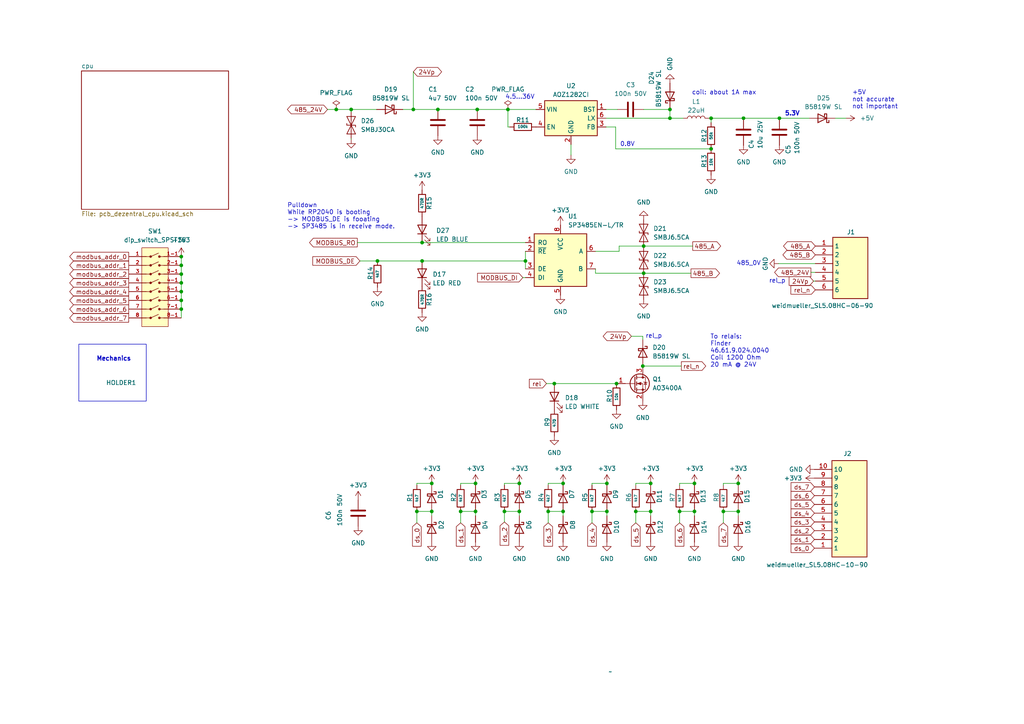
<source format=kicad_sch>
(kicad_sch (version 20230121) (generator eeschema)
  (paper "A4")
  (title_block (title "Heizung Pünterswis - pcb_dezentral") (date "2023-11-26") (rev "0.8") (company "www.positron.ch") (comment 1 "Released under MIT Open-source License"))
  (lib_symbols
    (symbol "00_project_library:LED BLUE" (pin_numbers hide) (pin_names (offset 1.016) hide)
      (property "Reference" "D" (at 0 2.54 0))
      (property "Value" "LED BLUE" (at 0 -2.54 0))
      (symbol "LED BLUE_1_1"
        (pin passive line (at -3.81 0 0) (length 2.54) (name "K") (number "1"))
        (pin passive line (at 3.81 0 180) (length 2.54) (name "A") (number "2"))
      )
    )
    (symbol "00_project_library:LED RED" (pin_numbers hide) (pin_names (offset 1.016) hide)
      (property "Reference" "D" (at 0 2.54 0))
      (property "Value" "LED RED" (at 0 -2.54 0))
      (symbol "LED RED_1_1"
        (pin passive line (at -3.81 0 0) (length 2.54) (name "K") (number "1"))
        (pin passive line (at 3.81 0 180) (length 2.54) (name "A") (number "2"))
      )
    )
    (symbol "00_project_library:LED WHITE" (pin_numbers hide) (pin_names (offset 1.016) hide)
      (property "Reference" "D" (at 0 2.54 0))
      (property "Value" "LED WHITE" (at 0 -2.54 0))
      (symbol "LED WHITE_1_1"
        (pin passive line (at -3.81 0 0) (length 2.54) (name "K") (number "1"))
        (pin passive line (at 3.81 0 180) (length 2.54) (name "A") (number "2"))
      )
    )
    (symbol "00_project_library:din_rail_pcb_holder" (in_bom no)
      (property "Reference" "HOLDER" (at 0 0 0))
    )
    (symbol "00_project_library:dip_switch_SPST16" (pin_names (offset 1.016))
      (property "Reference" "SW" (at -3.5596 10.9331 0))
      (property "Value" "dip_switch_SPST16" (at -3.8154 -15.2615 0))
      (symbol "dip_switch_SPST16_0_0"
        (pin passive line (at -7.62 7.62 0) (length 5.08) (name "~") (number "1"))
        (pin passive line (at 7.62 7.62 180) (length 5.08) (name "~") (number "1-1"))
        (pin passive line (at -7.62 5.08 0) (length 5.08) (name "~") (number "2"))
        (pin passive line (at 7.62 5.08 180) (length 5.08) (name "~") (number "2-1"))
        (pin passive line (at -7.62 2.54 0) (length 5.08) (name "~") (number "3"))
        (pin passive line (at 7.62 2.54 180) (length 5.08) (name "~") (number "3-1"))
        (pin passive line (at -7.62 0 0) (length 5.08) (name "~") (number "4"))
        (pin passive line (at 7.62 0 180) (length 5.08) (name "~") (number "4-1"))
        (pin passive line (at -7.62 -2.54 0) (length 5.08) (name "~") (number "5"))
        (pin passive line (at 7.62 -2.54 180) (length 5.08) (name "~") (number "5-1"))
        (pin passive line (at -7.62 -5.08 0) (length 5.08) (name "~") (number "6"))
        (pin passive line (at 7.62 -5.08 180) (length 5.08) (name "~") (number "6-1"))
        (pin passive line (at -7.62 -7.62 0) (length 5.08) (name "~") (number "7"))
        (pin passive line (at 7.62 -7.62 180) (length 5.08) (name "~") (number "7-1"))
        (pin passive line (at -7.62 -10.16 0) (length 5.08) (name "~") (number "8"))
        (pin passive line (at 7.62 -10.16 180) (length 5.08) (name "~") (number "8-1"))
      )
    )
    (symbol "00_project_library:modbus_SP3485EN" (pin_names (offset 1.016))
      (property "Reference" "U" (at -7.62 8.89 0))
      (property "Value" "SP3485EN-L/TR" (at 2.54 8.89 0))
      (symbol "modbus_SP3485EN_1_1"
        (pin output line (at -10.16 5.08 0) (length 2.54) (name "RO") (number "1"))
        (pin input line (at -10.16 2.54 0) (length 2.54) (name "~{RE}") (number "2"))
        (pin input line (at -10.16 -2.54 0) (length 2.54) (name "DE") (number "3"))
        (pin input line (at -10.16 -5.08 0) (length 2.54) (name "DI") (number "4"))
        (pin power_in line (at 0 -10.16 90) (length 2.54) (name "GND") (number "5"))
        (pin bidirectional line (at 10.16 2.54 180) (length 2.54) (name "A") (number "6"))
        (pin bidirectional line (at 10.16 -2.54 180) (length 2.54) (name "B") (number "7"))
        (pin power_in line (at 0 10.16 270) (length 2.54) (name "VCC") (number "8"))
      )
    )
    (symbol "00_project_library:weidmueller_SL5.08HC-06-90" (in_bom no)
      (property "Reference" "J" (at 16.51 7.62 0))
      (property "Value" "weidmueller_SL5.08HC-06-90" (at 16.51 5.08 0))
      (symbol "weidmueller_SL5.08HC-06-90_1_1"
        (pin passive line (at 0 0 0) (length 5.08) (name "1") (number "1"))
        (pin passive line (at 0 -2.54 0) (length 5.08) (name "2") (number "2"))
        (pin passive line (at 0 -5.08 0) (length 5.08) (name "3") (number "3"))
        (pin passive line (at 0 -7.62 0) (length 5.08) (name "4") (number "4"))
        (pin passive line (at 0 -10.16 0) (length 5.08) (name "5") (number "5"))
        (pin passive line (at 0 -12.7 0) (length 5.08) (name "6") (number "6"))
      )
    )
    (symbol "00_project_library:weidmueller_SL5.08HC-10-90" (in_bom no)
      (property "Reference" "J" (at 16.51 7.62 0))
      (property "Value" "weidmueller_SL5.08HC-10-90" (at 16.51 5.08 0))
      (symbol "weidmueller_SL5.08HC-10-90_1_1"
        (pin passive line (at 0 -22.86 0) (length 5.08) (name "1") (number "1"))
        (pin passive line (at 0 0 0) (length 5.08) (name "10") (number "10"))
        (pin passive line (at 0 -20.32 0) (length 5.08) (name "2") (number "2"))
        (pin passive line (at 0 -17.78 0) (length 5.08) (name "3") (number "3"))
        (pin passive line (at 0 -15.24 0) (length 5.08) (name "4") (number "4"))
        (pin passive line (at 0 -12.7 0) (length 5.08) (name "5") (number "5"))
        (pin passive line (at 0 -10.16 0) (length 5.08) (name "6") (number "6"))
        (pin passive line (at 0 -7.62 0) (length 5.08) (name "7") (number "7"))
        (pin passive line (at 0 -5.08 0) (length 5.08) (name "8") (number "8"))
        (pin passive line (at 0 -2.54 0) (length 5.08) (name "9") (number "9"))
      )
    )
    (symbol "Device:C" (pin_numbers hide) (pin_names (offset 0.254))
      (property "Reference" "C" (at 0.635 2.54 0))
      (property "Value" "C" (at 0.635 -2.54 0))
      (symbol "C_1_1"
        (pin passive line (at 0 3.81 270) (length 2.794) (name "~") (number "1"))
        (pin passive line (at 0 -3.81 90) (length 2.794) (name "~") (number "2"))
      )
    )
    (symbol "Device:D_Schottky" (pin_numbers hide) (pin_names (offset 1.016) hide)
      (property "Reference" "D" (at 0 2.54 0))
      (property "Value" "D_Schottky" (at 0 -2.54 0))
      (symbol "D_Schottky_1_1"
        (pin passive line (at -3.81 0 0) (length 2.54) (name "K") (number "1"))
        (pin passive line (at 3.81 0 180) (length 2.54) (name "A") (number "2"))
      )
    )
    (symbol "Device:L" (pin_numbers hide) (pin_names (offset 1.016) hide)
      (property "Reference" "L" (at -1.27 0 90))
      (property "Value" "L" (at 1.905 0 90))
      (symbol "L_1_1"
        (pin passive line (at 0 3.81 270) (length 1.27) (name "1") (number "1"))
        (pin passive line (at 0 -3.81 90) (length 1.27) (name "2") (number "2"))
      )
    )
    (symbol "Device:R" (pin_numbers hide) (pin_names (offset 0))
      (property "Reference" "R" (at 2.032 0 90))
      (property "Value" "R" (at 0 0 90))
      (symbol "R_1_1"
        (pin passive line (at 0 3.81 270) (length 1.27) (name "~") (number "1"))
        (pin passive line (at 0 -3.81 90) (length 1.27) (name "~") (number "2"))
      )
    )
    (symbol "Diode:SMAJ64CA" (pin_numbers hide) (pin_names (offset 1.016) hide)
      (property "Reference" "D" (at 0 2.54 0))
      (property "Value" "SMAJ64CA" (at 0 -2.54 0))
      (symbol "SMAJ64CA_1_1"
        (pin passive line (at -3.81 0 0) (length 2.54) (name "A1") (number "1"))
        (pin passive line (at 3.81 0 180) (length 2.54) (name "A2") (number "2"))
      )
    )
    (symbol "Regulator_Switching:AOZ1282CI"
      (property "Reference" "U" (at -6.35 -6.35 0))
      (property "Value" "AOZ1282CI" (at -2.54 6.35 0))
      (symbol "AOZ1282CI_1_1"
        (pin input line (at 10.16 2.54 180) (length 2.54) (name "BST") (number "1"))
        (pin power_in line (at 0 -7.62 90) (length 2.54) (name "GND") (number "2"))
        (pin input line (at 10.16 -2.54 180) (length 2.54) (name "FB") (number "3"))
        (pin input line (at -10.16 -2.54 0) (length 2.54) (name "EN") (number "4"))
        (pin power_in line (at -10.16 2.54 0) (length 2.54) (name "VIN") (number "5"))
        (pin power_out line (at 10.16 0 180) (length 2.54) (name "LX") (number "6"))
      )
    )
    (symbol "Transistor_FET:AO3400A" (pin_names hide)
      (property "Reference" "Q" (at 5.08 1.905 0))
      (property "Value" "AO3400A" (at 5.08 0 0))
      (symbol "AO3400A_1_1"
        (pin input line (at -5.08 0 0) (length 2.54) (name "G") (number "1"))
        (pin passive line (at 2.54 -5.08 90) (length 2.54) (name "S") (number "2"))
        (pin passive line (at 2.54 5.08 270) (length 2.54) (name "D") (number "3"))
      )
    )
    (symbol "power:+3V3" (power) (pin_names (offset 0))
      (property "Value" "+3V3" (at 0 3.556 0))
      (symbol "+3V3_1_1"
        (pin power_in line (at 0 0 90) (length 0) hide (name "+3V3") (number "1"))
      )
    )
    (symbol "power:+5V" (power) (pin_names (offset 0))
      (property "Value" "+5V" (at 0 3.556 0))
      (symbol "+5V_1_1"
        (pin power_in line (at 0 0 90) (length 0) hide (name "+5V") (number "1"))
      )
    )
    (symbol "power:GND" (power) (pin_names (offset 0))
      (property "Value" "GND" (at 0 -3.81 0))
      (symbol "GND_1_1"
        (pin power_in line (at 0 0 270) (length 0) hide (name "GND") (number "1"))
      )
    )
    (symbol "power:PWR_FLAG" (power) (pin_numbers hide) (pin_names (offset 0) hide)
      (property "Value" "PWR_FLAG" (at 0 3.81 0))
      (symbol "PWR_FLAG_0_0"
        (pin power_out line (at 0 0 90) (length 0) (name "pwr") (number "1"))
      )
    )
  )
  (junction (at 188.722 140.208))
  (junction (at 146.304 148.336))
  (junction (at 194.31 34.29))
  (junction (at 206.248 43.18))
  (junction (at 52.578 84.582))
  (junction (at 137.922 148.336))
  (junction (at 209.804 148.336))
  (junction (at 101.854 31.75))
  (junction (at 201.422 148.336))
  (junction (at 97.536 31.75))
  (junction (at 147.32 31.75))
  (junction (at 176.022 148.336))
  (junction (at 109.474 75.692))
  (junction (at 214.122 140.208))
  (junction (at 52.578 89.662))
  (junction (at 171.704 148.336))
  (junction (at 138.43 31.75))
  (junction (at 188.722 148.336))
  (junction (at 150.622 148.336))
  (junction (at 152.4 75.692))
  (junction (at 197.104 148.336))
  (junction (at 176.022 140.208))
  (junction (at 52.578 82.042))
  (junction (at 163.322 140.208))
  (junction (at 206.248 34.29))
  (junction (at 52.578 76.962))
  (junction (at 127 31.75))
  (junction (at 178.816 111.252))
  (junction (at 119.888 31.75))
  (junction (at 186.436 106.172))
  (junction (at 122.428 75.692))
  (junction (at 194.31 31.75))
  (junction (at 160.782 111.252))
  (junction (at 122.428 70.358))
  (junction (at 52.578 79.502))
  (junction (at 214.122 148.336))
  (junction (at 133.604 148.336))
  (junction (at 159.004 148.336))
  (junction (at 215.646 34.29))
  (junction (at 226.06 34.29))
  (junction (at 52.578 74.422))
  (junction (at 52.578 87.122))
  (junction (at 163.322 148.336))
  (junction (at 125.222 148.336))
  (junction (at 150.622 140.208))
  (junction (at 184.404 148.336))
  (junction (at 125.222 140.208))
  (junction (at 120.904 148.336))
  (junction (at 186.69 79.248))
  (junction (at 186.69 71.374))
  (junction (at 137.922 140.208))
  (junction (at 201.422 140.208))
  (wire (pts (xy 197.104 140.208) (xy 197.104 140.716)))
  (wire (pts (xy 209.804 151.638) (xy 209.804 148.336)))
  (wire (pts (xy 158.496 111.252) (xy 160.782 111.252)))
  (wire (pts (xy 52.578 87.122) (xy 52.578 89.662)))
  (wire (pts (xy 184.404 140.208) (xy 188.722 140.208)))
  (wire (pts (xy 101.854 31.75) (xy 109.22 31.75)))
  (wire (pts (xy 120.904 151.638) (xy 120.904 148.336)))
  (wire (pts (xy 52.578 82.042) (xy 52.578 84.582)))
  (wire (pts (xy 186.69 79.248) (xy 200.406 79.248)))
  (wire (pts (xy 147.32 36.83) (xy 147.32 31.75)))
  (wire (pts (xy 52.578 74.422) (xy 52.578 76.962)))
  (wire (pts (xy 184.404 148.336) (xy 188.722 148.336)))
  (wire (pts (xy 215.646 34.29) (xy 226.06 34.29)))
  (wire (pts (xy 197.104 140.208) (xy 201.422 140.208)))
  (wire (pts (xy 120.904 140.716) (xy 120.904 140.208)))
  (wire (pts (xy 137.922 140.208) (xy 137.922 140.716)))
  (wire (pts (xy 178.562 36.83) (xy 178.562 43.18)))
  (wire (pts (xy 101.854 40.132) (xy 101.854 40.386)))
  (wire (pts (xy 245.364 34.29) (xy 242.316 34.29)))
  (wire (pts (xy 188.722 140.208) (xy 188.722 140.716)))
  (wire (pts (xy 179.578 71.374) (xy 186.69 71.374)))
  (wire (pts (xy 160.782 111.252) (xy 178.816 111.252)))
  (wire (pts (xy 194.31 34.29) (xy 198.12 34.29)))
  (wire (pts (xy 188.722 149.606) (xy 188.722 148.336)))
  (wire (pts (xy 201.422 149.606) (xy 201.422 148.336)))
  (wire (pts (xy 197.612 106.172) (xy 186.436 106.172)))
  (wire (pts (xy 146.304 140.208) (xy 150.622 140.208)))
  (wire (pts (xy 178.562 36.83) (xy 175.768 36.83)))
  (wire (pts (xy 186.69 31.75) (xy 194.31 31.75)))
  (wire (pts (xy 197.104 148.336) (xy 201.422 148.336)))
  (wire (pts (xy 120.904 140.208) (xy 125.222 140.208)))
  (wire (pts (xy 159.004 140.208) (xy 159.004 140.716)))
  (wire (pts (xy 179.578 72.898) (xy 179.578 71.374)))
  (wire (pts (xy 137.922 149.606) (xy 137.922 148.336)))
  (wire (pts (xy 152.4 72.898) (xy 152.4 75.692)))
  (wire (pts (xy 94.996 31.75) (xy 97.536 31.75)))
  (wire (pts (xy 119.888 20.828) (xy 119.888 31.75)))
  (wire (pts (xy 163.322 149.606) (xy 163.322 148.336)))
  (wire (pts (xy 120.904 148.336) (xy 125.222 148.336)))
  (wire (pts (xy 52.578 79.502) (xy 52.578 82.042)))
  (wire (pts (xy 97.536 31.75) (xy 101.854 31.75)))
  (wire (pts (xy 163.322 140.208) (xy 163.322 140.716)))
  (wire (pts (xy 104.394 75.692) (xy 109.474 75.692)))
  (wire (pts (xy 176.022 140.208) (xy 176.022 140.716)))
  (wire (pts (xy 171.704 151.638) (xy 171.704 148.336)))
  (wire (pts (xy 133.604 140.208) (xy 137.922 140.208)))
  (wire (pts (xy 133.604 140.208) (xy 133.604 140.716)))
  (wire (pts (xy 214.122 140.208) (xy 214.122 140.716)))
  (wire (pts (xy 206.248 34.29) (xy 205.74 34.29)))
  (wire (pts (xy 125.222 149.606) (xy 125.222 148.336)))
  (wire (pts (xy 236.474 81.534) (xy 235.966 81.534)))
  (wire (pts (xy 52.578 89.662) (xy 52.578 92.202)))
  (wire (pts (xy 159.004 148.336) (xy 159.004 151.638)))
  (wire (pts (xy 201.422 140.208) (xy 201.422 140.716)))
  (wire (pts (xy 146.304 151.384) (xy 146.304 148.336)))
  (wire (pts (xy 125.222 140.208) (xy 125.222 140.716)))
  (wire (pts (xy 155.448 31.75) (xy 147.32 31.75)))
  (wire (pts (xy 127 31.75) (xy 138.43 31.75)))
  (wire (pts (xy 165.608 41.91) (xy 165.608 44.958)))
  (wire (pts (xy 184.404 151.638) (xy 184.404 148.336)))
  (wire (pts (xy 209.804 140.208) (xy 214.122 140.208)))
  (wire (pts (xy 147.828 36.83) (xy 147.32 36.83)))
  (wire (pts (xy 206.248 43.18) (xy 178.562 43.18)))
  (wire (pts (xy 225.806 76.454) (xy 236.474 76.454)))
  (wire (pts (xy 176.022 140.208) (xy 171.704 140.208)))
  (wire (pts (xy 226.06 34.29) (xy 234.696 34.29)))
  (wire (pts (xy 122.428 75.692) (xy 152.4 75.692)))
  (wire (pts (xy 52.578 84.582) (xy 52.578 87.122)))
  (wire (pts (xy 175.768 34.29) (xy 194.31 34.29)))
  (wire (pts (xy 186.69 71.374) (xy 186.69 71.628)))
  (wire (pts (xy 235.204 78.994) (xy 236.474 78.994)))
  (wire (pts (xy 133.604 148.336) (xy 137.922 148.336)))
  (wire (pts (xy 214.122 149.606) (xy 214.122 148.336)))
  (wire (pts (xy 103.632 70.358) (xy 122.428 70.358)))
  (wire (pts (xy 119.888 31.75) (xy 116.84 31.75)))
  (wire (pts (xy 122.428 70.358) (xy 152.4 70.358)))
  (wire (pts (xy 184.404 140.208) (xy 184.404 140.716)))
  (wire (pts (xy 159.004 140.208) (xy 163.322 140.208)))
  (wire (pts (xy 151.638 80.518) (xy 152.4 80.518)))
  (wire (pts (xy 52.578 76.962) (xy 52.578 79.502)))
  (wire (pts (xy 171.704 148.336) (xy 176.022 148.336)))
  (wire (pts (xy 101.854 32.512) (xy 101.854 31.75)))
  (wire (pts (xy 122.428 75.438) (xy 122.428 75.692)))
  (wire (pts (xy 159.004 148.336) (xy 163.322 148.336)))
  (wire (pts (xy 183.134 97.536) (xy 186.436 97.536)))
  (wire (pts (xy 197.104 151.638) (xy 197.104 148.336)))
  (wire (pts (xy 215.646 34.544) (xy 215.646 34.29)))
  (wire (pts (xy 172.72 79.248) (xy 186.69 79.248)))
  (wire (pts (xy 150.622 149.606) (xy 150.622 148.336)))
  (wire (pts (xy 172.72 77.978) (xy 172.72 79.248)))
  (wire (pts (xy 172.72 72.898) (xy 179.578 72.898)))
  (wire (pts (xy 175.768 31.75) (xy 179.07 31.75)))
  (wire (pts (xy 176.022 149.606) (xy 176.022 148.336)))
  (wire (pts (xy 209.804 140.208) (xy 209.804 140.716)))
  (wire (pts (xy 152.4 75.692) (xy 152.4 77.978)))
  (wire (pts (xy 146.304 140.208) (xy 146.304 140.716)))
  (wire (pts (xy 226.06 34.29) (xy 226.06 34.544)))
  (wire (pts (xy 206.248 35.56) (xy 206.248 34.29)))
  (wire (pts (xy 127 31.75) (xy 119.888 31.75)))
  (wire (pts (xy 109.474 75.692) (xy 122.428 75.692)))
  (wire (pts (xy 150.622 140.208) (xy 150.622 140.716)))
  (wire (pts (xy 194.31 31.75) (xy 194.31 34.29)))
  (wire (pts (xy 171.704 140.208) (xy 171.704 140.716)))
  (wire (pts (xy 133.604 151.638) (xy 133.604 148.336)))
  (wire (pts (xy 186.69 71.374) (xy 200.914 71.374)))
  (wire (pts (xy 186.436 97.536) (xy 186.436 98.552)))
  (wire (pts (xy 138.43 31.75) (xy 147.32 31.75)))
  (wire (pts (xy 146.304 148.336) (xy 150.622 148.336)))
  (wire (pts (xy 209.804 148.336) (xy 214.122 148.336)))
  (wire (pts (xy 206.248 34.29) (xy 215.646 34.29)))
  (rectangle (start 22.86 99.822) (end 42.418 116.332))
  (text "Mechanics" (at 27.94 104.902 0) (effects (font (size 1.27 1.27) (thickness 0.254) bold) (justify left bottom)))
  (text "+5V\nnot accurate\nnot important" (at 247.142 31.75 0) (effects (font (size 1.27 1.27)) (justify left bottom)))
  (text "485_0V" (at 213.614 77.216 0) (effects (font (size 1.27 1.27)) (justify left bottom)))
  (text "rel_p" (at 223.012 82.296 0) (effects (font (size 1.27 1.27)) (justify left bottom)))
  (text "coil: about 1A max" (at 200.66 27.686 0) (effects (font (size 1.27 1.27)) (justify left bottom)))
  (text "Pulldown\nWhile RP2040 is booting\n-> MODBUS_DE is fooating\n-> SP3485 is in receive mode." (at 83.312 66.548 0) (effects (font (size 1.27 1.27)) (justify left bottom)))
  (text "5.3V" (at 227.584 33.782 0) (effects (font (size 1.27 1.27) (thickness 0.254) bold) (justify left bottom)))
  (text "To relais:\nFinder \n46.61.9.024.0040\nCoil 1200 Ohm\n20 mA @ 24V" (at 205.994 106.68 0) (effects (font (size 1.27 1.27)) (justify left bottom)))
  (text "rel_p" (at 187.198 98.298 0) (effects (font (size 1.27 1.27)) (justify left bottom)))
  (text "4.5...36V" (at 146.558 28.956 0) (effects (font (size 1.27 1.27)) (justify left bottom)))
  (text "0.8V" (at 179.832 42.672 0) (effects (font (size 1.27 1.27)) (justify left bottom)))
  (global_label "modbus_addr_3" (shape output) (at 37.338 82.042 180) (property "Intersheetrefs" "${INTERSHEET_REFS}" (effects hide)))
  (global_label "ds_1" (shape input) (at 236.22 156.464 180) (property "Intersheetrefs" "${INTERSHEET_REFS}" (effects hide)))
  (global_label "rel_n" (shape output) (at 197.612 106.172 0) (property "Intersheetrefs" "${INTERSHEET_REFS}" (effects hide)))
  (global_label "ds_2" (shape input) (at 236.22 153.924 180) (property "Intersheetrefs" "${INTERSHEET_REFS}" (effects hide)))
  (global_label "rel" (shape input) (at 158.496 111.252 180) (property "Intersheetrefs" "${INTERSHEET_REFS}" (effects hide)))
  (global_label "modbus_addr_6" (shape output) (at 37.338 89.662 180) (property "Intersheetrefs" "${INTERSHEET_REFS}" (effects hide)))
  (global_label "24Vp" (shape bidirectional) (at 119.888 20.828 0) (property "Intersheetrefs" "${INTERSHEET_REFS}" (effects hide)))
  (global_label "modbus_addr_0" (shape output) (at 37.338 74.422 180) (property "Intersheetrefs" "${INTERSHEET_REFS}" (effects hide)))
  (global_label "ds_7" (shape input) (at 209.804 151.638 270) (property "Intersheetrefs" "${INTERSHEET_REFS}" (effects hide)))
  (global_label "rel_n" (shape input) (at 236.474 84.074 180) (property "Intersheetrefs" "${INTERSHEET_REFS}" (effects hide)))
  (global_label "ds_5" (shape input) (at 184.404 151.638 270) (property "Intersheetrefs" "${INTERSHEET_REFS}" (effects hide)))
  (global_label "ds_6" (shape input) (at 236.22 143.764 180) (property "Intersheetrefs" "${INTERSHEET_REFS}" (effects hide)))
  (global_label "modbus_addr_2" (shape output) (at 37.338 79.502 180) (property "Intersheetrefs" "${INTERSHEET_REFS}" (effects hide)))
  (global_label "MODBUS_DE" (shape input) (at 104.394 75.692 180) (property "Intersheetrefs" "${INTERSHEET_REFS}" (effects hide)))
  (global_label "modbus_addr_1" (shape output) (at 37.338 76.962 180) (property "Intersheetrefs" "${INTERSHEET_REFS}" (effects hide)))
  (global_label "485_24V" (shape bidirectional) (at 94.996 31.75 180) (property "Intersheetrefs" "${INTERSHEET_REFS}" (effects hide)))
  (global_label "ds_0" (shape input) (at 236.22 159.004 180) (property "Intersheetrefs" "${INTERSHEET_REFS}" (effects hide)))
  (global_label "485_A" (shape bidirectional) (at 236.474 71.374 180) (property "Intersheetrefs" "${INTERSHEET_REFS}" (effects hide)))
  (global_label "ds_6" (shape input) (at 197.104 151.638 270) (property "Intersheetrefs" "${INTERSHEET_REFS}" (effects hide)))
  (global_label "485_B" (shape bidirectional) (at 236.474 73.914 180) (property "Intersheetrefs" "${INTERSHEET_REFS}" (effects hide)))
  (global_label "24Vp" (shape input) (at 235.966 81.534 180) (property "Intersheetrefs" "${INTERSHEET_REFS}" (effects hide)))
  (global_label "24Vp" (shape bidirectional) (at 183.134 97.536 180) (property "Intersheetrefs" "${INTERSHEET_REFS}" (effects hide)))
  (global_label "modbus_addr_4" (shape output) (at 37.338 84.582 180) (property "Intersheetrefs" "${INTERSHEET_REFS}" (effects hide)))
  (global_label "MODBUS_RO" (shape output) (at 103.632 70.358 180) (property "Intersheetrefs" "${INTERSHEET_REFS}" (effects hide)))
  (global_label "ds_0" (shape input) (at 120.904 151.638 270) (property "Intersheetrefs" "${INTERSHEET_REFS}" (effects hide)))
  (global_label "ds_3" (shape input) (at 159.004 151.638 270) (property "Intersheetrefs" "${INTERSHEET_REFS}" (effects hide)))
  (global_label "ds_1" (shape input) (at 133.604 151.638 270) (property "Intersheetrefs" "${INTERSHEET_REFS}" (effects hide)))
  (global_label "modbus_addr_5" (shape output) (at 37.338 87.122 180) (property "Intersheetrefs" "${INTERSHEET_REFS}" (effects hide)))
  (global_label "ds_7" (shape input) (at 236.22 141.224 180) (property "Intersheetrefs" "${INTERSHEET_REFS}" (effects hide)))
  (global_label "485_A" (shape output) (at 200.914 71.374 0) (property "Intersheetrefs" "${INTERSHEET_REFS}" (effects hide)))
  (global_label "modbus_addr_7" (shape output) (at 37.338 92.202 180) (property "Intersheetrefs" "${INTERSHEET_REFS}" (effects hide)))
  (global_label "ds_5" (shape input) (at 236.22 146.304 180) (property "Intersheetrefs" "${INTERSHEET_REFS}" (effects hide)))
  (global_label "485_B" (shape output) (at 200.406 79.248 0) (property "Intersheetrefs" "${INTERSHEET_REFS}" (effects hide)))
  (global_label "ds_3" (shape input) (at 236.22 151.384 180) (property "Intersheetrefs" "${INTERSHEET_REFS}" (effects hide)))
  (global_label "ds_4" (shape input) (at 236.22 148.844 180) (property "Intersheetrefs" "${INTERSHEET_REFS}" (effects hide)))
  (global_label "485_24V" (shape output) (at 235.204 78.994 180) (property "Intersheetrefs" "${INTERSHEET_REFS}" (effects hide)))
  (global_label "ds_2" (shape input) (at 146.304 151.384 270) (property "Intersheetrefs" "${INTERSHEET_REFS}" (effects hide)))
  (global_label "MODBUS_DI" (shape input) (at 151.638 80.518 180) (property "Intersheetrefs" "${INTERSHEET_REFS}" (effects hide)))
  (global_label "ds_4" (shape input) (at 171.704 151.638 270) (property "Intersheetrefs" "${INTERSHEET_REFS}" (effects hide)))
  (symbol (lib_id "Device:C") (at 127 35.56 0) (unit 1)
    (property "Reference" "C1" (at 124.206 25.908 0) (effects (justify left)))
    (property "Value" "4u7 50V" (at 124.206 28.448 0) (effects (justify left)))
    (property "Footprint" "Diode_SMD:D_1206_3216Metric" (effects hide))
    (property "JLC" "C49678" (effects hide))
  )
  (symbol (lib_id "Device:R") (at 206.248 46.99 0) (unit 1)
    (property "Reference" "R13" (at 204.216 46.736 90))
    (property "Value" "10k" (at 206.248 46.99 90) (effects (font (size 0.8 0.8))))
    (property "Footprint" "Resistor_SMD:R_0402_1005Metric_Pad0.72x0.64mm_HandSolder" (effects hide))
  )
  (symbol (lib_id "Device:R") (at 109.474 79.502 0) (unit 1)
    (property "Reference" "R14" (at 107.442 79.248 90))
    (property "Value" "4k7" (at 109.474 79.502 90) (effects (font (size 0.8 0.8))))
    (property "Footprint" "Resistor_SMD:R_0402_1005Metric_Pad0.72x0.64mm_HandSolder" (effects hide))
  )
  (symbol (lib_id "power:GND") (at 160.782 126.492 0) (unit 1)
    (property "Reference" "#PWR019" (effects hide))
    (property "Value" "GND" (at 160.782 131.318 0))
  )
  (symbol (lib_id "power:GND") (at 214.122 157.226 0) (unit 1)
    (property "Reference" "#PWR017" (effects hide))
    (property "Value" "GND" (at 214.122 162.052 0))
  )
  (symbol (lib_id "power:GND") (at 103.886 152.654 0) (unit 1)
    (property "Reference" "#PWR033" (effects hide))
    (property "Value" "GND" (at 103.886 157.48 0))
  )
  (symbol (lib_id "power:GND") (at 215.646 42.164 0) (unit 1)
    (property "Reference" "#PWR029" (effects hide))
    (property "Value" "GND" (at 215.646 46.99 0))
  )
  (symbol (lib_id "Device:R") (at 197.104 144.526 0) (unit 1)
    (property "Reference" "R7" (at 195.072 144.272 90))
    (property "Value" "4k7" (at 197.104 144.526 90) (effects (font (size 0.8 0.8))))
    (property "Footprint" "Resistor_SMD:R_0402_1005Metric_Pad0.72x0.64mm_HandSolder" (effects hide))
  )
  (symbol (lib_id "power:GND") (at 178.816 118.872 0) (unit 1)
    (property "Reference" "#PWR020" (effects hide))
    (property "Value" "GND" (at 178.816 123.698 0))
  )
  (symbol (lib_id "Device:R") (at 122.428 58.928 0) (unit 1)
    (property "Reference" "R15" (at 124.46 58.928 90))
    (property "Value" "470R" (at 122.428 58.928 90) (effects (font (size 0.8 0.8))))
    (property "Footprint" "Resistor_SMD:R_0402_1005Metric_Pad0.72x0.64mm_HandSolder" (effects hide))
  )
  (symbol (lib_id "power:GND") (at 137.922 157.226 0) (unit 1)
    (property "Reference" "#PWR04" (effects hide))
    (property "Value" "GND" (at 137.922 162.052 0))
  )
  (symbol (lib_id "power:GND") (at 186.69 63.754 180) (unit 1)
    (property "Reference" "#PWR024" (effects hide))
    (property "Value" "GND" (at 186.69 58.674 0))
  )
  (symbol (lib_id "power:GND") (at 163.322 157.226 0) (unit 1)
    (property "Reference" "#PWR09" (effects hide))
    (property "Value" "GND" (at 163.322 162.052 0))
  )
  (symbol (lib_id "Diode:SMAJ64CA") (at 186.69 83.058 90) (unit 1)
    (property "Reference" "D23" (at 189.484 81.788 90) (effects (justify right)))
    (property "Value" "SMBJ6.5CA" (at 189.484 84.328 90) (effects (justify right)))
    (property "Footprint" "Diode_SMD:D_SMB" (effects hide))
    (property "Datasheet" "https://datasheet.lcsc.com/lcsc/2308281515_hongjiacheng-SMBJ6-5CA_C7420377.pdf" (effects hide))
    (property "JLC" "C7420377" (effects hide))
  )
  (symbol (lib_id "power:GND") (at 201.422 157.226 0) (unit 1)
    (property "Reference" "#PWR015" (effects hide))
    (property "Value" "GND" (at 201.422 162.052 0))
  )
  (symbol (lib_id "power:+3V3") (at 150.622 140.208 0) (unit 1)
    (property "Reference" "#PWR03" (effects hide))
    (property "Value" "+3V3" (at 150.622 135.89 0))
  )
  (symbol (lib_id "power:GND") (at 138.43 39.37 0) (unit 1)
    (property "Reference" "#PWR040" (effects hide))
    (property "Value" "GND" (at 138.43 44.196 0))
  )
  (symbol (lib_id "Device:R") (at 160.782 122.682 0) (unit 1)
    (property "Reference" "R9" (at 158.75 122.428 90))
    (property "Value" "470" (at 160.782 122.682 90) (effects (font (size 0.8 0.8))))
    (property "Footprint" "Resistor_SMD:R_0402_1005Metric_Pad0.72x0.64mm_HandSolder" (effects hide))
  )
  (symbol (lib_id "power:+3V3") (at 163.322 140.208 0) (unit 1)
    (property "Reference" "#PWR05" (effects hide))
    (property "Value" "+3V3" (at 163.322 135.89 0))
  )
  (symbol (lib_id "Device:D_Schottky") (at 176.022 153.416 270) (unit 1)
    (property "Reference" "D10" (at 178.816 150.876 0) (effects (justify left)))
    (property "Value" "B5819W SL" (effects hide))
    (property "Footprint" "Diode_SMD:D_SOD-123" (effects hide))
    (property "Datasheet" "https://datasheet.lcsc.com/lcsc/2304140030_Jiangsu-Changjing-Electronics-Technology-Co---Ltd--B5819W-SL_C8598.pdf" (effects hide))
    (property "JLC" "C8598" (effects hide))
  )
  (symbol (lib_id "power:GND") (at 226.06 42.164 0) (unit 1)
    (property "Reference" "#PWR030" (effects hide))
    (property "Value" "GND" (at 226.06 46.99 0))
  )
  (symbol (lib_id "power:+3V3") (at 214.122 140.208 0) (unit 1)
    (property "Reference" "#PWR014" (effects hide))
    (property "Value" "+3V3" (at 214.122 135.89 0))
  )
  (symbol (lib_id "power:GND") (at 165.608 44.958 0) (unit 1)
    (property "Reference" "#PWR026" (effects hide))
    (property "Value" "GND" (at 165.608 49.784 0))
  )
  (symbol (lib_id "power:GND") (at 101.854 40.386 0) (unit 1)
    (property "Reference" "#PWR018" (effects hide))
    (property "Value" "GND" (at 101.854 45.212 0))
  )
  (symbol (lib_id "00_project_library:LED BLUE") (at 122.428 66.548 90) (unit 1)
    (property "Reference" "D27" (at 126.492 66.8655 90) (effects (justify right)))
    (property "Value" "LED BLUE" (at 126.492 69.4055 90) (effects (justify right)))
    (property "Footprint" "00_project_library:LED_0603_1608Metric" (effects hide))
    (property "JLC" "C189307" (effects hide))
  )
  (symbol (lib_id "Device:C") (at 215.646 38.354 180) (unit 1)
    (property "Reference" "C4" (at 217.932 43.18 90) (effects (justify right)))
    (property "Value" "10u 25V" (at 220.472 43.18 90) (effects (justify right)))
    (property "Footprint" "Diode_SMD:D_0805_2012Metric" (effects hide))
    (property "JLC" "C15850" (effects hide))
  )
  (symbol (lib_id "power:GND") (at 225.806 76.454 270) (unit 1)
    (property "Reference" "#PWR036" (effects hide))
    (property "Value" "GND" (at 221.996 74.422 0) (effects (justify left)))
  )
  (symbol (lib_id "power:GND") (at 194.31 24.13 180) (unit 1)
    (property "Reference" "#PWR027" (effects hide))
    (property "Value" "GND" (at 194.31 20.574 90) (effects (justify right)))
  )
  (symbol (lib_id "Device:D_Schottky") (at 150.622 153.416 270) (unit 1)
    (property "Reference" "D6" (at 153.416 150.876 0) (effects (justify left)))
    (property "Value" "B5819W SL" (effects hide))
    (property "Footprint" "Diode_SMD:D_SOD-123" (effects hide))
    (property "Datasheet" "https://datasheet.lcsc.com/lcsc/2304140030_Jiangsu-Changjing-Electronics-Technology-Co---Ltd--B5819W-SL_C8598.pdf" (effects hide))
    (property "JLC" "C8598" (effects hide))
  )
  (symbol (lib_id "Device:R") (at 171.704 144.526 0) (unit 1)
    (property "Reference" "R5" (at 169.672 144.272 90))
    (property "Value" "4k7" (at 171.704 144.526 90) (effects (font (size 0.8 0.8))))
    (property "Footprint" "Resistor_SMD:R_0402_1005Metric_Pad0.72x0.64mm_HandSolder" (effects hide))
  )
  (symbol (lib_id "power:+3V3") (at 176.022 140.208 0) (unit 1)
    (property "Reference" "#PWR08" (effects hide))
    (property "Value" "+3V3" (at 176.022 135.89 0))
  )
  (symbol (lib_id "Device:D_Schottky") (at 163.322 144.526 270) (unit 1)
    (property "Reference" "D7" (at 165.862 141.986 0) (effects (justify left)))
    (property "Value" "B5819W SL" (effects hide))
    (property "Footprint" "Diode_SMD:D_SOD-123" (effects hide))
    (property "Datasheet" "https://datasheet.lcsc.com/lcsc/2304140030_Jiangsu-Changjing-Electronics-Technology-Co---Ltd--B5819W-SL_C8598.pdf" (effects hide))
    (property "JLC" "C8598" (effects hide))
  )
  (symbol (lib_id "00_project_library:din_rail_pcb_holder") (at 177.038 194.818 0) (unit 1) (in_bom no)
    (property "Reference" "HOLDER1" (at 30.734 110.998 0) (effects (justify left)))
    (property "Value" "~" (at 177.038 194.818 0))
    (property "Footprint" "00_project_library:din_rail_pcb_holder" (effects hide))
  )
  (symbol (lib_id "power:+3V3") (at 236.22 138.684 90) (unit 1)
    (property "Reference" "#PWR016" (effects hide))
    (property "Value" "+3V3" (at 232.664 138.684 90) (effects (justify left)))
  )
  (symbol (lib_id "Device:R") (at 146.304 144.526 0) (unit 1)
    (property "Reference" "R3" (at 144.272 144.272 90))
    (property "Value" "4k7" (at 146.304 144.526 90) (effects (font (size 0.8 0.8))))
    (property "Footprint" "Resistor_SMD:R_0402_1005Metric_Pad0.72x0.64mm_HandSolder" (effects hide))
  )
  (symbol (lib_id "power:GND") (at 162.56 85.598 0) (unit 1)
    (property "Reference" "#PWR023" (effects hide))
    (property "Value" "GND" (at 162.56 90.424 0))
  )
  (symbol (lib_id "power:GND") (at 125.222 157.226 0) (unit 1)
    (property "Reference" "#PWR02" (effects hide))
    (property "Value" "GND" (at 125.222 162.052 0))
  )
  (symbol (lib_id "power:+5V") (at 245.364 34.29 270) (unit 1)
    (property "Reference" "#PWR031" (effects hide))
    (property "Value" "+5V" (at 249.428 34.29 90) (effects (justify left)))
  )
  (symbol (lib_id "Device:R") (at 133.604 144.526 0) (unit 1)
    (property "Reference" "R2" (at 131.572 144.272 90))
    (property "Value" "4k7" (at 133.604 144.526 90) (effects (font (size 0.8 0.8))))
    (property "Footprint" "Resistor_SMD:R_0402_1005Metric_Pad0.72x0.64mm_HandSolder" (effects hide))
  )
  (symbol (lib_id "power:+3V3") (at 103.886 145.034 0) (unit 1)
    (property "Reference" "#PWR034" (effects hide))
    (property "Value" "+3V3" (at 103.886 140.716 0))
  )
  (symbol (lib_id "Diode:SMAJ64CA") (at 186.69 75.438 90) (unit 1)
    (property "Reference" "D22" (at 189.484 74.168 90) (effects (justify right)))
    (property "Value" "SMBJ6.5CA" (at 189.484 76.708 90) (effects (justify right)))
    (property "Footprint" "Diode_SMD:D_SMB" (effects hide))
    (property "Datasheet" "https://datasheet.lcsc.com/lcsc/2308281515_hongjiacheng-SMBJ6-5CA_C7420377.pdf" (effects hide))
    (property "JLC" "C7420377" (effects hide))
  )
  (symbol (lib_id "power:PWR_FLAG") (at 147.32 31.75 0) (unit 1)
    (property "Reference" "#FLG02" (effects hide))
    (property "Value" "PWR_FLAG" (at 147.32 25.908 0))
  )
  (symbol (lib_id "Device:R") (at 184.404 144.526 0) (unit 1)
    (property "Reference" "R6" (at 182.372 144.272 90))
    (property "Value" "4k7" (at 184.404 144.526 90) (effects (font (size 0.8 0.8))))
    (property "Footprint" "Resistor_SMD:R_0402_1005Metric_Pad0.72x0.64mm_HandSolder" (effects hide))
  )
  (symbol (lib_id "power:+3V3") (at 188.722 140.208 0) (unit 1)
    (property "Reference" "#PWR010" (effects hide))
    (property "Value" "+3V3" (at 188.722 135.89 0))
  )
  (symbol (lib_id "00_project_library:modbus_SP3485EN") (at 162.56 75.438 0) (unit 1)
    (property "Reference" "U1" (at 164.7541 62.738 0) (effects (justify left)))
    (property "Value" "SP3485EN-L/TR" (at 164.7541 65.278 0) (effects (justify left)))
    (property "Footprint" "Package_SO:SOIC-8_3.9x4.9mm_P1.27mm" (effects hide))
    (property "Datasheet" "http://www.icbase.com/pdf/SPX/SPX00480106.pdf" (effects hide))
    (property "DatasheetJLC" " https://datasheet.lcsc.com/lcsc/2304140030_MaxLinear-SP3485EN-L-TR_C8963.pdf" (effects hide))
    (property "JLC" "C8963" (effects hide))
  )
  (symbol (lib_id "00_project_library:LED WHITE") (at 160.782 115.062 90) (unit 1)
    (property "Reference" "D18" (at 163.83 115.3795 90) (effects (justify right)))
    (property "Value" "LED WHITE" (at 163.83 117.9195 90) (effects (justify right)))
    (property "Footprint" "00_project_library:LED_0603_1608Metric" (effects hide))
    (property "JLC" "C2290" (effects hide))
  )
  (symbol (lib_id "Device:D_Schottky") (at 125.222 144.526 270) (unit 1)
    (property "Reference" "D1" (at 127.762 141.986 0) (effects (justify left)))
    (property "Value" "B5819W SL" (effects hide))
    (property "Footprint" "Diode_SMD:D_SOD-123" (effects hide))
    (property "Datasheet" "https://datasheet.lcsc.com/lcsc/2304140030_Jiangsu-Changjing-Electronics-Technology-Co---Ltd--B5819W-SL_C8598.pdf" (effects hide))
    (property "JLC" "C8598" (effects hide))
  )
  (symbol (lib_id "Device:C") (at 138.43 35.56 0) (unit 1)
    (property "Reference" "C2" (at 134.874 25.908 0) (effects (justify left)))
    (property "Value" "100n 50V" (at 134.874 28.448 0) (effects (justify left)))
    (property "Footprint" "Diode_SMD:D_0805_2012Metric" (effects hide))
    (property "JLC" "C49678" (effects hide))
  )
  (symbol (lib_id "Diode:SMAJ64CA") (at 101.854 36.322 90) (unit 1)
    (property "Reference" "D26" (at 104.648 35.052 90) (effects (justify right)))
    (property "Value" "SMBJ30CA" (at 104.648 37.592 90) (effects (justify right)))
    (property "Footprint" "Diode_SMD:D_SMB" (effects hide))
    (property "JLC" "C353367" (effects hide))
  )
  (symbol (lib_id "Transistor_FET:AO3400A") (at 183.896 111.252 0) (unit 1)
    (property "Reference" "Q1" (at 189.23 109.982 0) (effects (justify left)))
    (property "Value" "AO3400A" (at 189.23 112.522 0) (effects (justify left)))
    (property "Footprint" "Package_TO_SOT_SMD:SOT-23" (effects hide))
    (property "Datasheet" "http://www.aosmd.com/pdfs/datasheet/AO3400A.pdf" (effects hide))
    (property "JLC" "C20917" (effects hide))
  )
  (symbol (lib_id "Device:D_Schottky") (at 238.506 34.29 180) (unit 1)
    (property "Reference" "D25" (at 238.8235 28.448 0))
    (property "Value" "B5819W SL" (at 238.8235 30.988 0))
    (property "Footprint" "Diode_SMD:D_SOD-123" (effects hide))
    (property "Datasheet" "https://datasheet.lcsc.com/lcsc/2304140030_Jiangsu-Changjing-Electronics-Technology-Co---Ltd--B5819W-SL_C8598.pdf" (effects hide))
    (property "JLC" "C8598" (effects hide))
  )
  (symbol (lib_id "power:PWR_FLAG") (at 97.536 31.75 0) (unit 1)
    (property "Reference" "#FLG03" (effects hide))
    (property "Value" "PWR_FLAG" (at 97.536 26.924 0))
  )
  (symbol (lib_id "Device:D_Schottky") (at 125.222 153.416 270) (unit 1)
    (property "Reference" "D2" (at 128.016 150.876 0) (effects (justify left)))
    (property "Value" "B5819W SL" (effects hide))
    (property "Footprint" "Diode_SMD:D_SOD-123" (effects hide))
    (property "Datasheet" "https://datasheet.lcsc.com/lcsc/2304140030_Jiangsu-Changjing-Electronics-Technology-Co---Ltd--B5819W-SL_C8598.pdf" (effects hide))
    (property "JLC" "C8598" (effects hide))
  )
  (symbol (lib_id "power:+3V3") (at 137.922 140.208 0) (unit 1)
    (property "Reference" "#PWR01" (effects hide))
    (property "Value" "+3V3" (at 137.922 135.89 0))
  )
  (symbol (lib_id "Device:D_Schottky") (at 113.03 31.75 180) (unit 1)
    (property "Reference" "D19" (at 113.3475 25.908 0))
    (property "Value" "B5819W SL" (at 113.3475 28.448 0))
    (property "Footprint" "Diode_SMD:D_SOD-123" (effects hide))
    (property "Datasheet" "https://datasheet.lcsc.com/lcsc/2304140030_Jiangsu-Changjing-Electronics-Technology-Co---Ltd--B5819W-SL_C8598.pdf" (effects hide))
    (property "JLC" "C8598" (effects hide))
  )
  (symbol (lib_id "Device:R") (at 209.804 144.526 0) (unit 1)
    (property "Reference" "R8" (at 207.772 144.272 90))
    (property "Value" "4k7" (at 209.804 144.526 90) (effects (font (size 0.8 0.8))))
    (property "Footprint" "Resistor_SMD:R_0402_1005Metric_Pad0.72x0.64mm_HandSolder" (effects hide))
  )
  (symbol (lib_id "power:GND") (at 109.474 83.312 0) (unit 1)
    (property "Reference" "#PWR038" (effects hide))
    (property "Value" "GND" (at 109.474 88.138 0))
  )
  (symbol (lib_id "Device:R") (at 151.638 36.83 90) (unit 1)
    (property "Reference" "R11" (at 151.638 34.798 90))
    (property "Value" "100k" (at 151.638 36.7284 90) (effects (font (size 0.8 0.8))))
    (property "Footprint" "Resistor_SMD:R_0402_1005Metric_Pad0.72x0.64mm_HandSolder" (effects hide))
  )
  (symbol (lib_id "00_project_library:weidmueller_SL5.08HC-10-90") (at 236.22 136.144 0) (unit 1) (in_bom no)
    (property "Reference" "J2" (at 244.602 131.572 0) (effects (justify left)))
    (property "Value" "weidmueller_SL5.08HC-10-90" (at 222.25 163.83 0) (effects (justify left)))
    (property "Footprint" "00_project_library:weidmueller_SL5.08HC-10-90" (effects hide))
    (property "Datasheet" "http://catalog.weidmueller.com/createDatasheetForMobile.do?ordernumber=1146900000&scope1=1&scope2=1&localeId=en" (effects hide))
    (property "Height" "8.4" (effects hide))
    (property "Manufacturer_Name" "Weidmuller" (effects hide))
    (property "Manufacturer_Part_Number" "1146900000" (effects hide))
  )
  (symbol (lib_id "Device:R") (at 178.816 115.062 0) (unit 1)
    (property "Reference" "R10" (at 176.784 114.808 90))
    (property "Value" "10k" (at 178.816 115.062 90) (effects (font (size 0.8 0.8))))
    (property "Footprint" "Resistor_SMD:R_0402_1005Metric_Pad0.72x0.64mm_HandSolder" (effects hide))
  )
  (symbol (lib_id "Device:R") (at 206.248 39.37 180) (unit 1)
    (property "Reference" "R12" (at 204.216 39.37 90))
    (property "Value" "56k" (at 206.248 39.37 90) (effects (font (size 0.8 0.8))))
    (property "Footprint" "Resistor_SMD:R_0402_1005Metric_Pad0.72x0.64mm_HandSolder" (effects hide))
  )
  (symbol (lib_id "power:GND") (at 150.622 157.226 0) (unit 1)
    (property "Reference" "#PWR06" (effects hide))
    (property "Value" "GND" (at 150.622 162.052 0))
  )
  (symbol (lib_id "Device:D_Schottky") (at 201.422 144.526 270) (unit 1)
    (property "Reference" "D13" (at 203.962 141.986 0) (effects (justify left)))
    (property "Value" "B5819W SL" (effects hide))
    (property "Footprint" "Diode_SMD:D_SOD-123" (effects hide))
    (property "Datasheet" "https://datasheet.lcsc.com/lcsc/2304140030_Jiangsu-Changjing-Electronics-Technology-Co---Ltd--B5819W-SL_C8598.pdf" (effects hide))
    (property "JLC" "C8598" (effects hide))
  )
  (symbol (lib_id "Device:C") (at 226.06 38.354 180) (unit 1)
    (property "Reference" "C5" (at 228.6 44.704 90) (effects (justify right)))
    (property "Value" "100n 50V" (at 231.14 44.704 90) (effects (justify right)))
    (property "Footprint" "Diode_SMD:D_0805_2012Metric" (effects hide))
    (property "JLC" "C49678" (effects hide))
  )
  (symbol (lib_id "00_project_library:weidmueller_SL5.08HC-06-90") (at 236.474 71.374 0) (unit 1) (in_bom no)
    (property "Reference" "J1" (at 245.618 67.31 0) (effects (justify left)))
    (property "Value" "weidmueller_SL5.08HC-06-90" (at 223.774 88.646 0) (effects (justify left)))
    (property "Footprint" "00_project_library:weidmueller_SL5.08HC-06-90" (effects hide))
    (property "Datasheet" "https://catalog.weidmueller.com/createDatasheetForMobile.do?ordernumber=1146810000&scope1=1&scope2=1&localeId=en" (effects hide))
    (property "Height" "8.4" (effects hide))
    (property "Manufacturer_Name" "Weidmuller" (effects hide))
    (property "Manufacturer_Part_Number" "1146810000" (effects hide))
  )
  (symbol (lib_id "power:+3V3") (at 201.422 140.208 0) (unit 1)
    (property "Reference" "#PWR012" (effects hide))
    (property "Value" "+3V3" (at 201.422 135.89 0))
  )
  (symbol (lib_id "Device:D_Schottky") (at 188.722 153.416 270) (unit 1)
    (property "Reference" "D12" (at 191.516 150.876 0) (effects (justify left)))
    (property "Value" "B5819W SL" (effects hide))
    (property "Footprint" "Diode_SMD:D_SOD-123" (effects hide))
    (property "Datasheet" "https://datasheet.lcsc.com/lcsc/2304140030_Jiangsu-Changjing-Electronics-Technology-Co---Ltd--B5819W-SL_C8598.pdf" (effects hide))
    (property "JLC" "C8598" (effects hide))
  )
  (symbol (lib_id "Device:D_Schottky") (at 188.722 144.526 270) (unit 1)
    (property "Reference" "D11" (at 191.262 141.986 0) (effects (justify left)))
    (property "Value" "B5819W SL" (effects hide))
    (property "Footprint" "Diode_SMD:D_SOD-123" (effects hide))
    (property "Datasheet" "https://datasheet.lcsc.com/lcsc/2304140030_Jiangsu-Changjing-Electronics-Technology-Co---Ltd--B5819W-SL_C8598.pdf" (effects hide))
    (property "JLC" "C8598" (effects hide))
  )
  (symbol (lib_id "Device:R") (at 159.004 144.526 0) (unit 1)
    (property "Reference" "R4" (at 156.972 144.272 90))
    (property "Value" "4k7" (at 159.004 144.526 90) (effects (font (size 0.8 0.8))))
    (property "Footprint" "Resistor_SMD:R_0402_1005Metric_Pad0.72x0.64mm_HandSolder" (effects hide))
  )
  (symbol (lib_id "Device:D_Schottky") (at 214.122 144.526 270) (unit 1)
    (property "Reference" "D15" (at 216.662 141.986 0) (effects (justify left)))
    (property "Value" "B5819W SL" (effects hide))
    (property "Footprint" "Diode_SMD:D_SOD-123" (effects hide))
    (property "Datasheet" "https://datasheet.lcsc.com/lcsc/2304140030_Jiangsu-Changjing-Electronics-Technology-Co---Ltd--B5819W-SL_C8598.pdf" (effects hide))
    (property "JLC" "C8598" (effects hide))
  )
  (symbol (lib_id "power:+3V3") (at 162.56 65.278 0) (unit 1)
    (property "Reference" "#PWR022" (effects hide))
    (property "Value" "+3V3" (at 162.56 60.96 0))
  )
  (symbol (lib_id "Diode:SMAJ64CA") (at 186.69 67.564 90) (unit 1)
    (property "Reference" "D21" (at 189.484 66.294 90) (effects (justify right)))
    (property "Value" "SMBJ6.5CA" (at 189.484 68.834 90) (effects (justify right)))
    (property "Footprint" "Diode_SMD:D_SMB" (effects hide))
    (property "Datasheet" "https://datasheet.lcsc.com/lcsc/2308281515_hongjiacheng-SMBJ6-5CA_C7420377.pdf" (effects hide))
    (property "JLC" "C7420377" (effects hide))
  )
  (symbol (lib_id "Device:D_Schottky") (at 201.422 153.416 270) (unit 1)
    (property "Reference" "D14" (at 204.216 150.876 0) (effects (justify left)))
    (property "Value" "B5819W SL" (effects hide))
    (property "Footprint" "Diode_SMD:D_SOD-123" (effects hide))
    (property "Datasheet" "https://datasheet.lcsc.com/lcsc/2304140030_Jiangsu-Changjing-Electronics-Technology-Co---Ltd--B5819W-SL_C8598.pdf" (effects hide))
    (property "JLC" "C8598" (effects hide))
  )
  (symbol (lib_id "Device:R") (at 122.428 86.868 0) (unit 1)
    (property "Reference" "R16" (at 124.46 86.868 90))
    (property "Value" "470R" (at 122.5296 86.868 90) (effects (font (size 0.8 0.8))))
    (property "Footprint" "Resistor_SMD:R_0402_1005Metric_Pad0.72x0.64mm_HandSolder" (effects hide))
  )
  (symbol (lib_id "power:GND") (at 122.428 90.678 0) (unit 1)
    (property "Reference" "#PWR042" (effects hide))
    (property "Value" "GND" (at 122.428 95.504 0))
  )
  (symbol (lib_id "power:GND") (at 127 39.37 0) (unit 1)
    (property "Reference" "#PWR039" (effects hide))
    (property "Value" "GND" (at 127 44.196 0))
  )
  (symbol (lib_id "Device:D_Schottky") (at 194.31 27.94 90) (unit 1)
    (property "Reference" "D24" (at 188.976 22.606 0))
    (property "Value" "B5819W SL" (at 191.008 25.654 0))
    (property "Footprint" "Diode_SMD:D_SOD-123" (effects hide))
    (property "Datasheet" "https://datasheet.lcsc.com/lcsc/2304140030_Jiangsu-Changjing-Electronics-Technology-Co---Ltd--B5819W-SL_C8598.pdf" (effects hide))
    (property "JLC" "C8598" (effects hide))
  )
  (symbol (lib_id "power:GND") (at 176.022 157.226 0) (unit 1)
    (property "Reference" "#PWR011" (effects hide))
    (property "Value" "GND" (at 176.022 162.052 0))
  )
  (symbol (lib_id "Device:D_Schottky") (at 186.436 102.362 270) (unit 1)
    (property "Reference" "D20" (at 189.23 100.7745 90) (effects (justify left)))
    (property "Value" "B5819W SL" (at 189.23 103.3145 90) (effects (justify left)))
    (property "Footprint" "Diode_SMD:D_SOD-123" (effects hide))
    (property "Datasheet" "https://datasheet.lcsc.com/lcsc/2304140030_Jiangsu-Changjing-Electronics-Technology-Co---Ltd--B5819W-SL_C8598.pdf" (effects hide))
    (property "JLC" "C8598" (effects hide))
  )
  (symbol (lib_id "power:GND") (at 188.722 157.226 0) (unit 1)
    (property "Reference" "#PWR013" (effects hide))
    (property "Value" "GND" (at 188.722 162.052 0))
  )
  (symbol (lib_id "Device:D_Schottky") (at 150.622 144.526 270) (unit 1)
    (property "Reference" "D5" (at 153.162 141.986 0) (effects (justify left)))
    (property "Value" "B5819W SL" (effects hide))
    (property "Footprint" "Diode_SMD:D_SOD-123" (effects hide))
    (property "Datasheet" "https://datasheet.lcsc.com/lcsc/2304140030_Jiangsu-Changjing-Electronics-Technology-Co---Ltd--B5819W-SL_C8598.pdf" (effects hide))
    (property "JLC" "C8598" (effects hide))
  )
  (symbol (lib_id "power:+3V3") (at 125.222 140.208 0) (unit 1)
    (property "Reference" "#PWR032" (effects hide))
    (property "Value" "+3V3" (at 125.222 135.89 0))
  )
  (symbol (lib_id "Regulator_Switching:AOZ1282CI") (at 165.608 34.29 0) (unit 1)
    (property "Reference" "U2" (at 165.608 24.892 0))
    (property "Value" "AOZ1282CI" (at 165.608 27.432 0))
    (property "Footprint" "Package_TO_SOT_SMD:SOT-23-6" (effects hide))
    (property "Datasheet" "http://aosmd.com/res/data_sheets/AOZ1282CI.pdf" (effects hide))
    (property "JLC" "C111916" (effects hide))
  )
  (symbol (lib_id "power:+3V3") (at 52.578 74.422 0) (unit 1)
    (property "Reference" "#PWR07" (effects hide))
    (property "Value" "+3V3" (at 52.578 69.596 0))
  )
  (symbol (lib_id "power:GND") (at 186.69 86.868 0) (unit 1)
    (property "Reference" "#PWR025" (effects hide))
    (property "Value" "GND" (at 186.69 91.694 0))
  )
  (symbol (lib_id "Device:L") (at 201.93 34.29 90) (unit 1)
    (property "Reference" "L1" (at 201.93 29.464 90))
    (property "Value" "22uH" (at 201.93 32.004 90))
    (property "Footprint" "00_project_library:L_MODBUS" (effects hide))
    (property "Datasheet" "https://datasheet.lcsc.com/lcsc/2211290930_XR-XRCD54-220M_C5289423.pdf" (effects hide))
    (property "JLC" "C5289423" (effects hide))
  )
  (symbol (lib_id "power:GND") (at 186.436 116.332 0) (unit 1)
    (property "Reference" "#PWR021" (effects hide))
    (property "Value" "GND" (at 186.436 121.158 0))
  )
  (symbol (lib_id "Device:D_Schottky") (at 163.322 153.416 270) (unit 1)
    (property "Reference" "D8" (at 166.116 150.876 0) (effects (justify left)))
    (property "Value" "B5819W SL" (effects hide))
    (property "Footprint" "Diode_SMD:D_SOD-123" (effects hide))
    (property "Datasheet" "https://datasheet.lcsc.com/lcsc/2304140030_Jiangsu-Changjing-Electronics-Technology-Co---Ltd--B5819W-SL_C8598.pdf" (effects hide))
    (property "JLC" "C8598" (effects hide))
  )
  (symbol (lib_id "00_project_library:dip_switch_SPST16") (at 44.958 82.042 0) (unit 1)
    (property "Reference" "SW1" (at 44.958 67.056 0))
    (property "Value" "dip_switch_SPST16" (at 44.958 69.596 0))
    (property "Footprint" "00_project_library:dip_switch_SPST16" (effects hide))
    (property "Datasheet" "https://datasheet.lcsc.com/lcsc/2304140030_ALPSALPINE-SSGM780103_C470473.pdf" (effects hide))
    (property "Comment" "1-1825006-5" (effects hide))
    (property "Description" "8 Position SPST Slide Sealed 2.54 mm Centerline Surface Mount DIP Switch" (effects hide))
    (property "SnapEDA_Link" "https://www.snapeda.com/parts/1-1825006-5/TE+Connectivity+ALCOSWITCH+Switches/view-part/?ref=snap" (effects hide))
    (property "MANUFACTURER" "TE connectivity" (effects hide))
    (property "JLC" "C470473" (effects hide))
  )
  (symbol (lib_id "power:+3V3") (at 122.428 55.118 0) (unit 1)
    (property "Reference" "#PWR041" (effects hide))
    (property "Value" "+3V3" (at 122.428 50.8 0))
  )
  (symbol (lib_id "Device:D_Schottky") (at 137.922 144.526 270) (unit 1)
    (property "Reference" "D3" (at 140.462 141.986 0) (effects (justify left)))
    (property "Value" "B5819W SL" (effects hide))
    (property "Footprint" "Diode_SMD:D_SOD-123" (effects hide))
    (property "Datasheet" "https://datasheet.lcsc.com/lcsc/2304140030_Jiangsu-Changjing-Electronics-Technology-Co---Ltd--B5819W-SL_C8598.pdf" (effects hide))
    (property "JLC" "C8598" (effects hide))
  )
  (symbol (lib_id "Device:R") (at 120.904 144.526 0) (unit 1)
    (property "Reference" "R1" (at 118.872 144.272 90))
    (property "Value" "4k7" (at 120.904 144.526 90) (effects (font (size 0.8 0.8))))
    (property "Footprint" "Resistor_SMD:R_0402_1005Metric_Pad0.72x0.64mm_HandSolder" (effects hide))
  )
  (symbol (lib_id "power:GND") (at 206.248 50.8 0) (unit 1)
    (property "Reference" "#PWR028" (effects hide))
    (property "Value" "GND" (at 206.248 55.626 0))
  )
  (symbol (lib_id "Device:D_Schottky") (at 137.922 153.416 270) (unit 1)
    (property "Reference" "D4" (at 140.716 150.876 0) (effects (justify left)))
    (property "Value" "B5819W SL" (effects hide))
    (property "Footprint" "Diode_SMD:D_SOD-123" (effects hide))
    (property "Datasheet" "https://datasheet.lcsc.com/lcsc/2304140030_Jiangsu-Changjing-Electronics-Technology-Co---Ltd--B5819W-SL_C8598.pdf" (effects hide))
    (property "JLC" "C8598" (effects hide))
  )
  (symbol (lib_id "Device:C") (at 103.886 148.844 180) (unit 1)
    (property "Reference" "C6" (at 95.25 150.876 90) (effects (justify right)))
    (property "Value" "100n 50V" (at 98.552 152.654 90) (effects (justify right)))
    (property "Footprint" "Diode_SMD:D_0805_2012Metric" (effects hide))
    (property "JLC" "C49678" (effects hide))
  )
  (symbol (lib_id "00_project_library:LED RED") (at 122.428 79.248 90) (unit 1)
    (property "Reference" "D17" (at 125.476 79.5655 90) (effects (justify right)))
    (property "Value" "LED RED" (at 125.476 82.1055 90) (effects (justify right)))
    (property "Footprint" "00_project_library:LED_0603_1608Metric" (effects hide))
    (property "JLC" "C2286" (effects hide))
  )
  (symbol (lib_id "Device:D_Schottky") (at 214.122 153.416 270) (unit 1)
    (property "Reference" "D16" (at 216.916 150.876 0) (effects (justify left)))
    (property "Value" "B5819W SL" (effects hide))
    (property "Footprint" "Diode_SMD:D_SOD-123" (effects hide))
    (property "Datasheet" "https://datasheet.lcsc.com/lcsc/2304140030_Jiangsu-Changjing-Electronics-Technology-Co---Ltd--B5819W-SL_C8598.pdf" (effects hide))
    (property "JLC" "C8598" (effects hide))
  )
  (symbol (lib_id "Device:D_Schottky") (at 176.022 144.526 270) (unit 1)
    (property "Reference" "D9" (at 178.562 141.986 0) (effects (justify left)))
    (property "Value" "B5819W SL" (effects hide))
    (property "Footprint" "Diode_SMD:D_SOD-123" (effects hide))
    (property "Datasheet" "https://datasheet.lcsc.com/lcsc/2304140030_Jiangsu-Changjing-Electronics-Technology-Co---Ltd--B5819W-SL_C8598.pdf" (effects hide))
    (property "JLC" "C8598" (effects hide))
  )
  (symbol (lib_id "Device:C") (at 182.88 31.75 90) (unit 1)
    (property "Reference" "C3" (at 182.88 24.638 90))
    (property "Value" "100n 50V" (at 182.88 27.178 90))
    (property "Footprint" "Diode_SMD:D_0805_2012Metric" (effects hide))
    (property "JLC" "C49678" (effects hide))
  )
  (symbol (lib_id "power:GND") (at 236.22 136.144 270) (unit 1)
    (property "Reference" "#PWR035" (effects hide))
    (property "Value" "GND" (at 232.918 136.144 90) (effects (justify right)))
  )
  (sheet (at 23.622 20.574) (size 42.672 40.132) (stroke (width 0.1524))
    (property "Sheetname" "cpu" (at 23.622 19.8624 0) (effects (justify left bottom)))
    (property "Sheetfile" "pcb_dezentral_cpu.kicad_sch" (at 23.622 61.2906 0) (effects (justify left top)))
  )
)
</source>
